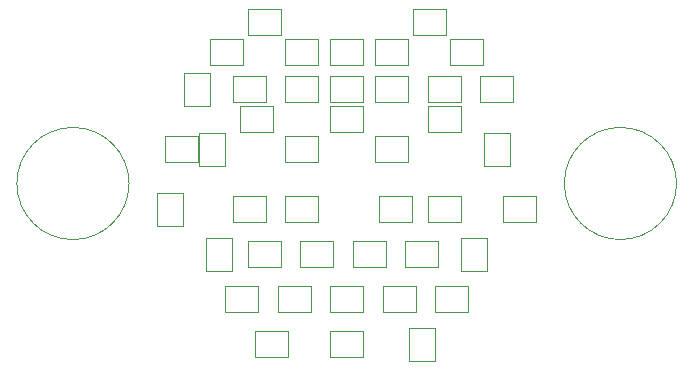
<source format=gbr>
%TF.GenerationSoftware,KiCad,Pcbnew,(5.1.9)-1*%
%TF.CreationDate,2021-11-07T13:18:06-07:00*%
%TF.ProjectId,dual_needle_gauge,6475616c-5f6e-4656-9564-6c655f676175,rev?*%
%TF.SameCoordinates,Original*%
%TF.FileFunction,Other,User*%
%FSLAX46Y46*%
G04 Gerber Fmt 4.6, Leading zero omitted, Abs format (unit mm)*
G04 Created by KiCad (PCBNEW (5.1.9)-1) date 2021-11-07 13:18:06*
%MOMM*%
%LPD*%
G01*
G04 APERTURE LIST*
%ADD10C,0.030000*%
%ADD11C,0.050000*%
G04 APERTURE END LIST*
D10*
%TO.C,D42*%
X193751841Y-106507866D02*
X193751841Y-108707866D01*
X190951841Y-108707866D02*
X190951841Y-106507866D01*
X190951841Y-106507866D02*
X193751841Y-106507866D01*
X193751841Y-108707866D02*
X190951841Y-108707866D01*
%TO.C,D41*%
X190576841Y-103967866D02*
X190576841Y-106167866D01*
X187776841Y-106167866D02*
X187776841Y-103967866D01*
X187776841Y-103967866D02*
X190576841Y-103967866D01*
X190576841Y-106167866D02*
X187776841Y-106167866D01*
%TO.C,D40*%
X187401841Y-106507866D02*
X187401841Y-108707866D01*
X184601841Y-108707866D02*
X184601841Y-106507866D01*
X184601841Y-106507866D02*
X187401841Y-106507866D01*
X187401841Y-108707866D02*
X184601841Y-108707866D01*
%TO.C,D39*%
X183591841Y-106507866D02*
X183591841Y-108707866D01*
X180791841Y-108707866D02*
X180791841Y-106507866D01*
X180791841Y-106507866D02*
X183591841Y-106507866D01*
X183591841Y-108707866D02*
X180791841Y-108707866D01*
%TO.C,D38*%
X179781841Y-106507866D02*
X179781841Y-108707866D01*
X176981841Y-108707866D02*
X176981841Y-106507866D01*
X176981841Y-106507866D02*
X179781841Y-106507866D01*
X179781841Y-108707866D02*
X176981841Y-108707866D01*
%TO.C,D37*%
X176606841Y-103967866D02*
X176606841Y-106167866D01*
X173806841Y-106167866D02*
X173806841Y-103967866D01*
X173806841Y-103967866D02*
X176606841Y-103967866D01*
X176606841Y-106167866D02*
X173806841Y-106167866D01*
%TO.C,D36*%
X173431841Y-106507866D02*
X173431841Y-108707866D01*
X170631841Y-108707866D02*
X170631841Y-106507866D01*
X170631841Y-106507866D02*
X173431841Y-106507866D01*
X173431841Y-108707866D02*
X170631841Y-108707866D01*
%TO.C,D35*%
X168391841Y-109382866D02*
X170591841Y-109382866D01*
X170591841Y-112182866D02*
X168391841Y-112182866D01*
X168391841Y-112182866D02*
X168391841Y-109382866D01*
X170591841Y-109382866D02*
X170591841Y-112182866D01*
%TO.C,D34*%
X172536841Y-111882866D02*
X172536841Y-109682866D01*
X175336841Y-109682866D02*
X175336841Y-111882866D01*
X175336841Y-111882866D02*
X172536841Y-111882866D01*
X172536841Y-109682866D02*
X175336841Y-109682866D01*
%TO.C,D33*%
X176981841Y-111882866D02*
X176981841Y-109682866D01*
X179781841Y-109682866D02*
X179781841Y-111882866D01*
X179781841Y-111882866D02*
X176981841Y-111882866D01*
X176981841Y-109682866D02*
X179781841Y-109682866D01*
%TO.C,D32*%
X180791841Y-111882866D02*
X180791841Y-109682866D01*
X183591841Y-109682866D02*
X183591841Y-111882866D01*
X183591841Y-111882866D02*
X180791841Y-111882866D01*
X180791841Y-109682866D02*
X183591841Y-109682866D01*
%TO.C,D31*%
X184601841Y-111882866D02*
X184601841Y-109682866D01*
X187401841Y-109682866D02*
X187401841Y-111882866D01*
X187401841Y-111882866D02*
X184601841Y-111882866D01*
X184601841Y-109682866D02*
X187401841Y-109682866D01*
%TO.C,D30*%
X189046841Y-111882866D02*
X189046841Y-109682866D01*
X191846841Y-109682866D02*
X191846841Y-111882866D01*
X191846841Y-111882866D02*
X189046841Y-111882866D01*
X189046841Y-109682866D02*
X191846841Y-109682866D01*
%TO.C,D29*%
X193491841Y-111882866D02*
X193491841Y-109682866D01*
X196291841Y-109682866D02*
X196291841Y-111882866D01*
X196291841Y-111882866D02*
X193491841Y-111882866D01*
X193491841Y-109682866D02*
X196291841Y-109682866D01*
%TO.C,D28*%
X193791841Y-114462866D02*
X195991841Y-114462866D01*
X195991841Y-117262866D02*
X193791841Y-117262866D01*
X193791841Y-117262866D02*
X193791841Y-114462866D01*
X195991841Y-114462866D02*
X195991841Y-117262866D01*
%TO.C,D27*%
X191846841Y-112222866D02*
X191846841Y-114422866D01*
X189046841Y-114422866D02*
X189046841Y-112222866D01*
X189046841Y-112222866D02*
X191846841Y-112222866D01*
X191846841Y-114422866D02*
X189046841Y-114422866D01*
%TO.C,D26*%
X187401841Y-114762866D02*
X187401841Y-116962866D01*
X184601841Y-116962866D02*
X184601841Y-114762866D01*
X184601841Y-114762866D02*
X187401841Y-114762866D01*
X187401841Y-116962866D02*
X184601841Y-116962866D01*
%TO.C,D20*%
X166169341Y-119542866D02*
X168369341Y-119542866D01*
X168369341Y-122342866D02*
X166169341Y-122342866D01*
X166169341Y-122342866D02*
X166169341Y-119542866D01*
X168369341Y-119542866D02*
X168369341Y-122342866D01*
%TO.C,D19*%
X172536841Y-122042866D02*
X172536841Y-119842866D01*
X175336841Y-119842866D02*
X175336841Y-122042866D01*
X175336841Y-122042866D02*
X172536841Y-122042866D01*
X172536841Y-119842866D02*
X175336841Y-119842866D01*
%TO.C,D18*%
X176981841Y-122042866D02*
X176981841Y-119842866D01*
X179781841Y-119842866D02*
X179781841Y-122042866D01*
X179781841Y-122042866D02*
X176981841Y-122042866D01*
X176981841Y-119842866D02*
X179781841Y-119842866D01*
%TO.C,D17*%
X184919341Y-122042866D02*
X184919341Y-119842866D01*
X187719341Y-119842866D02*
X187719341Y-122042866D01*
X187719341Y-122042866D02*
X184919341Y-122042866D01*
X184919341Y-119842866D02*
X187719341Y-119842866D01*
%TO.C,D16*%
X189046841Y-122042866D02*
X189046841Y-119842866D01*
X191846841Y-119842866D02*
X191846841Y-122042866D01*
X191846841Y-122042866D02*
X189046841Y-122042866D01*
X189046841Y-119842866D02*
X191846841Y-119842866D01*
%TO.C,D14*%
X191886841Y-123352866D02*
X194086841Y-123352866D01*
X194086841Y-126152866D02*
X191886841Y-126152866D01*
X191886841Y-126152866D02*
X191886841Y-123352866D01*
X194086841Y-123352866D02*
X194086841Y-126152866D01*
%TO.C,D13*%
X189941841Y-123652866D02*
X189941841Y-125852866D01*
X187141841Y-125852866D02*
X187141841Y-123652866D01*
X187141841Y-123652866D02*
X189941841Y-123652866D01*
X189941841Y-125852866D02*
X187141841Y-125852866D01*
%TO.C,D12*%
X185496841Y-123652866D02*
X185496841Y-125852866D01*
X182696841Y-125852866D02*
X182696841Y-123652866D01*
X182696841Y-123652866D02*
X185496841Y-123652866D01*
X185496841Y-125852866D02*
X182696841Y-125852866D01*
%TO.C,D11*%
X181051841Y-123652866D02*
X181051841Y-125852866D01*
X178251841Y-125852866D02*
X178251841Y-123652866D01*
X178251841Y-123652866D02*
X181051841Y-123652866D01*
X181051841Y-125852866D02*
X178251841Y-125852866D01*
%TO.C,D10*%
X176606841Y-123652866D02*
X176606841Y-125852866D01*
X173806841Y-125852866D02*
X173806841Y-123652866D01*
X173806841Y-123652866D02*
X176606841Y-123652866D01*
X176606841Y-125852866D02*
X173806841Y-125852866D01*
%TO.C,D9*%
X170296841Y-123352866D02*
X172496841Y-123352866D01*
X172496841Y-126152866D02*
X170296841Y-126152866D01*
X170296841Y-126152866D02*
X170296841Y-123352866D01*
X172496841Y-123352866D02*
X172496841Y-126152866D01*
%TO.C,D8*%
X171901841Y-129662866D02*
X171901841Y-127462866D01*
X174701841Y-127462866D02*
X174701841Y-129662866D01*
X174701841Y-129662866D02*
X171901841Y-129662866D01*
X171901841Y-127462866D02*
X174701841Y-127462866D01*
%TO.C,D7*%
X176346841Y-129662866D02*
X176346841Y-127462866D01*
X179146841Y-127462866D02*
X179146841Y-129662866D01*
X179146841Y-129662866D02*
X176346841Y-129662866D01*
X176346841Y-127462866D02*
X179146841Y-127462866D01*
%TO.C,D6*%
X180791841Y-129662866D02*
X180791841Y-127462866D01*
X183591841Y-127462866D02*
X183591841Y-129662866D01*
X183591841Y-129662866D02*
X180791841Y-129662866D01*
X180791841Y-127462866D02*
X183591841Y-127462866D01*
%TO.C,D5*%
X185236841Y-129662866D02*
X185236841Y-127462866D01*
X188036841Y-127462866D02*
X188036841Y-129662866D01*
X188036841Y-129662866D02*
X185236841Y-129662866D01*
X185236841Y-127462866D02*
X188036841Y-127462866D01*
%TO.C,D4*%
X189681841Y-129662866D02*
X189681841Y-127462866D01*
X192481841Y-127462866D02*
X192481841Y-129662866D01*
X192481841Y-129662866D02*
X189681841Y-129662866D01*
X189681841Y-127462866D02*
X192481841Y-127462866D01*
%TO.C,D3*%
X187441841Y-130972866D02*
X189641841Y-130972866D01*
X189641841Y-133772866D02*
X187441841Y-133772866D01*
X187441841Y-133772866D02*
X187441841Y-130972866D01*
X189641841Y-130972866D02*
X189641841Y-133772866D01*
%TO.C,D2*%
X183591841Y-131272866D02*
X183591841Y-133472866D01*
X180791841Y-133472866D02*
X180791841Y-131272866D01*
X180791841Y-131272866D02*
X183591841Y-131272866D01*
X183591841Y-133472866D02*
X180791841Y-133472866D01*
%TO.C,D1*%
X177241841Y-131272866D02*
X177241841Y-133472866D01*
X174441841Y-133472866D02*
X174441841Y-131272866D01*
X174441841Y-131272866D02*
X177241841Y-131272866D01*
X177241841Y-133472866D02*
X174441841Y-133472866D01*
%TO.C,D25*%
X183591841Y-112222866D02*
X183591841Y-114422866D01*
X180791841Y-114422866D02*
X180791841Y-112222866D01*
X180791841Y-112222866D02*
X183591841Y-112222866D01*
X183591841Y-114422866D02*
X180791841Y-114422866D01*
%TO.C,D24*%
X179781841Y-114762866D02*
X179781841Y-116962866D01*
X176981841Y-116962866D02*
X176981841Y-114762866D01*
X176981841Y-114762866D02*
X179781841Y-114762866D01*
X179781841Y-116962866D02*
X176981841Y-116962866D01*
%TO.C,D23*%
X175971841Y-112222866D02*
X175971841Y-114422866D01*
X173171841Y-114422866D02*
X173171841Y-112222866D01*
X173171841Y-112222866D02*
X175971841Y-112222866D01*
X175971841Y-114422866D02*
X173171841Y-114422866D01*
%TO.C,D22*%
X169661841Y-114462866D02*
X171861841Y-114462866D01*
X171861841Y-117262866D02*
X169661841Y-117262866D01*
X169661841Y-117262866D02*
X169661841Y-114462866D01*
X171861841Y-114462866D02*
X171861841Y-117262866D01*
%TO.C,D21*%
X169621841Y-114762866D02*
X169621841Y-116962866D01*
X166821841Y-116962866D02*
X166821841Y-114762866D01*
X166821841Y-114762866D02*
X169621841Y-114762866D01*
X169621841Y-116962866D02*
X166821841Y-116962866D01*
%TO.C,D15*%
X195396841Y-122042866D02*
X195396841Y-119842866D01*
X198196841Y-119842866D02*
X198196841Y-122042866D01*
X198196841Y-122042866D02*
X195396841Y-122042866D01*
X195396841Y-119842866D02*
X198196841Y-119842866D01*
D11*
%TO.C,H2*%
X210119341Y-118743176D02*
G75*
G03*
X210119341Y-118743176I-4750000J0D01*
G01*
%TO.C,H1*%
X163764341Y-118743176D02*
G75*
G03*
X163764341Y-118743176I-4750000J0D01*
G01*
%TD*%
M02*

</source>
